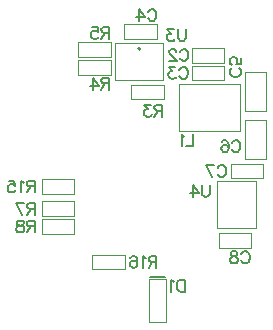
<source format=gbo>
G04*
G04 #@! TF.GenerationSoftware,Altium Limited,Altium Designer,22.9.1 (49)*
G04*
G04 Layer_Color=32896*
%FSLAX44Y44*%
%MOMM*%
G71*
G04*
G04 #@! TF.SameCoordinates,AC89A68A-B202-40CF-82E1-916CA4805ACC*
G04*
G04*
G04 #@! TF.FilePolarity,Positive*
G04*
G01*
G75*
%ADD12C,0.2000*%
%ADD13C,0.1000*%
%ADD43C,0.1500*%
G54D12*
X257500Y380500D02*
G03*
X257500Y380500I-1000J0D01*
G01*
X316200Y264999D02*
Y257858D01*
X315724Y256429D01*
X314772Y255477D01*
X313344Y255001D01*
X312391D01*
X310963Y255477D01*
X310011Y256429D01*
X309535Y257858D01*
Y264999D01*
X302013D02*
X306773Y258334D01*
X299632D01*
X302013Y264999D02*
Y255001D01*
X296000Y396999D02*
Y389858D01*
X295524Y388429D01*
X294572Y387477D01*
X293144Y387001D01*
X292191D01*
X290763Y387477D01*
X289811Y388429D01*
X289335Y389858D01*
Y396999D01*
X285621D02*
X280384D01*
X283241Y393190D01*
X281812D01*
X280860Y392714D01*
X280384Y392238D01*
X279908Y390810D01*
Y389858D01*
X280384Y388429D01*
X281336Y387477D01*
X282765Y387001D01*
X284193D01*
X285621Y387477D01*
X286097Y387953D01*
X286573Y388905D01*
X271000Y204999D02*
Y195001D01*
Y204999D02*
X266715D01*
X265287Y204523D01*
X264811Y204047D01*
X264335Y203095D01*
Y202142D01*
X264811Y201190D01*
X265287Y200714D01*
X266715Y200238D01*
X271000D01*
X267667D02*
X264335Y195001D01*
X262097Y203095D02*
X261145Y203571D01*
X259717Y204999D01*
Y195001D01*
X249052Y203571D02*
X249528Y204523D01*
X250957Y204999D01*
X251909D01*
X253337Y204523D01*
X254289Y203095D01*
X254765Y200714D01*
Y198334D01*
X254289Y196429D01*
X253337Y195477D01*
X251909Y195001D01*
X251433D01*
X250005Y195477D01*
X249052Y196429D01*
X248576Y197858D01*
Y198334D01*
X249052Y199762D01*
X250005Y200714D01*
X251433Y201190D01*
X251909D01*
X253337Y200714D01*
X254289Y199762D01*
X254765Y198334D01*
X168000Y268999D02*
Y259001D01*
Y268999D02*
X163715D01*
X162287Y268523D01*
X161811Y268047D01*
X161335Y267095D01*
Y266142D01*
X161811Y265190D01*
X162287Y264714D01*
X163715Y264238D01*
X168000D01*
X164667D02*
X161335Y259001D01*
X159097Y267095D02*
X158145Y267571D01*
X156717Y268999D01*
Y259001D01*
X146052Y268999D02*
X150813D01*
X151289Y264714D01*
X150813Y265190D01*
X149385Y265666D01*
X147957D01*
X146528Y265190D01*
X145576Y264238D01*
X145100Y262810D01*
Y261858D01*
X145576Y260429D01*
X146528Y259477D01*
X147957Y259001D01*
X149385D01*
X150813Y259477D01*
X151289Y259953D01*
X151765Y260905D01*
X168000Y234999D02*
Y225001D01*
Y234999D02*
X163715D01*
X162287Y234523D01*
X161811Y234047D01*
X161335Y233095D01*
Y232142D01*
X161811Y231190D01*
X162287Y230714D01*
X163715Y230238D01*
X168000D01*
X164667D02*
X161335Y225001D01*
X156717Y234999D02*
X158145Y234523D01*
X158621Y233571D01*
Y232619D01*
X158145Y231666D01*
X157193Y231190D01*
X155288Y230714D01*
X153860Y230238D01*
X152908Y229286D01*
X152432Y228334D01*
Y226905D01*
X152908Y225953D01*
X153384Y225477D01*
X154812Y225001D01*
X156717D01*
X158145Y225477D01*
X158621Y225953D01*
X159097Y226905D01*
Y228334D01*
X158621Y229286D01*
X157669Y230238D01*
X156241Y230714D01*
X154336Y231190D01*
X153384Y231666D01*
X152908Y232619D01*
Y233571D01*
X153384Y234523D01*
X154812Y234999D01*
X156717D01*
X168000Y249999D02*
Y240001D01*
Y249999D02*
X163715D01*
X162287Y249523D01*
X161811Y249047D01*
X161335Y248095D01*
Y247142D01*
X161811Y246190D01*
X162287Y245714D01*
X163715Y245238D01*
X168000D01*
X164667D02*
X161335Y240001D01*
X152432Y249999D02*
X157193Y240001D01*
X159097Y249999D02*
X152432D01*
X231000Y398999D02*
Y389001D01*
Y398999D02*
X226715D01*
X225287Y398523D01*
X224811Y398047D01*
X224335Y397095D01*
Y396142D01*
X224811Y395190D01*
X225287Y394714D01*
X226715Y394238D01*
X231000D01*
X227667D02*
X224335Y389001D01*
X216384Y398999D02*
X221145D01*
X221621Y394714D01*
X221145Y395190D01*
X219717Y395666D01*
X218288D01*
X216860Y395190D01*
X215908Y394238D01*
X215432Y392810D01*
Y391858D01*
X215908Y390429D01*
X216860Y389477D01*
X218288Y389001D01*
X219717D01*
X221145Y389477D01*
X221621Y389953D01*
X222097Y390905D01*
X231000Y355999D02*
Y346001D01*
Y355999D02*
X226715D01*
X225287Y355523D01*
X224811Y355047D01*
X224335Y354095D01*
Y353142D01*
X224811Y352190D01*
X225287Y351714D01*
X226715Y351238D01*
X231000D01*
X227667D02*
X224335Y346001D01*
X217336Y355999D02*
X222097Y349334D01*
X214956D01*
X217336Y355999D02*
Y346001D01*
X276000Y332999D02*
Y323001D01*
Y332999D02*
X271715D01*
X270287Y332523D01*
X269811Y332047D01*
X269335Y331095D01*
Y330142D01*
X269811Y329190D01*
X270287Y328714D01*
X271715Y328238D01*
X276000D01*
X272667D02*
X269335Y323001D01*
X266145Y332999D02*
X260908D01*
X263764Y329190D01*
X262336D01*
X261384Y328714D01*
X260908Y328238D01*
X260432Y326810D01*
Y325858D01*
X260908Y324429D01*
X261860Y323477D01*
X263288Y323001D01*
X264717D01*
X266145Y323477D01*
X266621Y323953D01*
X267097Y324905D01*
X301594Y307999D02*
Y298001D01*
X295881D01*
X294786Y306095D02*
X293834Y306571D01*
X292406Y307999D01*
Y298001D01*
X295000Y184999D02*
Y175001D01*
Y184999D02*
X291667D01*
X290239Y184523D01*
X289287Y183571D01*
X288811Y182619D01*
X288335Y181190D01*
Y178810D01*
X288811Y177381D01*
X289287Y176429D01*
X290239Y175477D01*
X291667Y175001D01*
X295000D01*
X286097Y183095D02*
X285145Y183571D01*
X283717Y184999D01*
Y175001D01*
X342859Y206618D02*
X343335Y207571D01*
X344287Y208523D01*
X345239Y208999D01*
X347144D01*
X348096Y208523D01*
X349048Y207571D01*
X349524Y206618D01*
X350000Y205190D01*
Y202810D01*
X349524Y201381D01*
X349048Y200429D01*
X348096Y199477D01*
X347144Y199001D01*
X345239D01*
X344287Y199477D01*
X343335Y200429D01*
X342859Y201381D01*
X337669Y208999D02*
X339098Y208523D01*
X339574Y207571D01*
Y206618D01*
X339098Y205666D01*
X338145Y205190D01*
X336241Y204714D01*
X334813Y204238D01*
X333861Y203286D01*
X333385Y202334D01*
Y200905D01*
X333861Y199953D01*
X334337Y199477D01*
X335765Y199001D01*
X337669D01*
X339098Y199477D01*
X339574Y199953D01*
X340050Y200905D01*
Y202334D01*
X339574Y203286D01*
X338621Y204238D01*
X337193Y204714D01*
X335289Y205190D01*
X334337Y205666D01*
X333861Y206618D01*
Y207571D01*
X334337Y208523D01*
X335765Y208999D01*
X337669D01*
X322859Y279618D02*
X323335Y280571D01*
X324287Y281523D01*
X325239Y281999D01*
X327144D01*
X328096Y281523D01*
X329048Y280571D01*
X329524Y279618D01*
X330000Y278190D01*
Y275810D01*
X329524Y274382D01*
X329048Y273429D01*
X328096Y272477D01*
X327144Y272001D01*
X325239D01*
X324287Y272477D01*
X323335Y273429D01*
X322859Y274382D01*
X313384Y281999D02*
X318145Y272001D01*
X320050Y281999D02*
X313384D01*
X334859Y300618D02*
X335335Y301571D01*
X336287Y302523D01*
X337239Y302999D01*
X339143D01*
X340096Y302523D01*
X341048Y301571D01*
X341524Y300618D01*
X342000Y299190D01*
Y296810D01*
X341524Y295382D01*
X341048Y294429D01*
X340096Y293477D01*
X339143Y293001D01*
X337239D01*
X336287Y293477D01*
X335335Y294429D01*
X334859Y295382D01*
X326337Y301571D02*
X326813Y302523D01*
X328241Y302999D01*
X329193D01*
X330621Y302523D01*
X331574Y301095D01*
X332050Y298714D01*
Y296334D01*
X331574Y294429D01*
X330621Y293477D01*
X329193Y293001D01*
X328717D01*
X327289Y293477D01*
X326337Y294429D01*
X325861Y295858D01*
Y296334D01*
X326337Y297762D01*
X327289Y298714D01*
X328717Y299190D01*
X329193D01*
X330621Y298714D01*
X331574Y297762D01*
X332050Y296334D01*
X340619Y364141D02*
X341571Y363665D01*
X342523Y362713D01*
X342999Y361761D01*
Y359856D01*
X342523Y358904D01*
X341571Y357952D01*
X340619Y357476D01*
X339190Y357000D01*
X336810D01*
X335382Y357476D01*
X334429Y357952D01*
X333477Y358904D01*
X333001Y359856D01*
Y361761D01*
X333477Y362713D01*
X334429Y363665D01*
X335382Y364141D01*
X342999Y372663D02*
Y367902D01*
X338714Y367426D01*
X339190Y367902D01*
X339666Y369331D01*
Y370759D01*
X339190Y372187D01*
X338238Y373139D01*
X336810Y373615D01*
X335858D01*
X334429Y373139D01*
X333477Y372187D01*
X333001Y370759D01*
Y369331D01*
X333477Y367902D01*
X333953Y367426D01*
X334906Y366950D01*
X263859Y411618D02*
X264335Y412571D01*
X265287Y413523D01*
X266239Y413999D01*
X268144D01*
X269096Y413523D01*
X270048Y412571D01*
X270524Y411618D01*
X271000Y410190D01*
Y407810D01*
X270524Y406381D01*
X270048Y405429D01*
X269096Y404477D01*
X268144Y404001D01*
X266239D01*
X265287Y404477D01*
X264335Y405429D01*
X263859Y406381D01*
X256289Y413999D02*
X261050Y407334D01*
X253908D01*
X256289Y413999D02*
Y404001D01*
X290557Y362789D02*
X291033Y363742D01*
X291985Y364694D01*
X292937Y365170D01*
X294842D01*
X295794Y364694D01*
X296746Y363742D01*
X297222Y362789D01*
X297698Y361361D01*
Y358981D01*
X297222Y357552D01*
X296746Y356600D01*
X295794Y355648D01*
X294842Y355172D01*
X292937D01*
X291985Y355648D01*
X291033Y356600D01*
X290557Y357552D01*
X286796Y365170D02*
X281559D01*
X284415Y361361D01*
X282987D01*
X282035Y360885D01*
X281559Y360409D01*
X281083Y358981D01*
Y358028D01*
X281559Y356600D01*
X282511Y355648D01*
X283939Y355172D01*
X285368D01*
X286796Y355648D01*
X287272Y356124D01*
X287748Y357076D01*
X290903Y377884D02*
X291379Y378836D01*
X292331Y379788D01*
X293283Y380264D01*
X295188D01*
X296140Y379788D01*
X297092Y378836D01*
X297568Y377884D01*
X298044Y376455D01*
Y374075D01*
X297568Y372647D01*
X297092Y371694D01*
X296140Y370742D01*
X295188Y370266D01*
X293283D01*
X292331Y370742D01*
X291379Y371694D01*
X290903Y372647D01*
X287618Y377884D02*
Y378360D01*
X287142Y379312D01*
X286666Y379788D01*
X285714Y380264D01*
X283809D01*
X282857Y379788D01*
X282381Y379312D01*
X281905Y378360D01*
Y377408D01*
X282381Y376455D01*
X283333Y375027D01*
X288094Y370266D01*
X281429D01*
G54D13*
X323750Y211750D02*
X351250D01*
X323750Y224250D02*
X351250D01*
X323750Y211750D02*
Y224250D01*
X351250Y211750D02*
Y224250D01*
X355500Y229000D02*
Y269000D01*
X322500Y229000D02*
Y269000D01*
X355500D01*
X322500Y229000D02*
X355500D01*
X333750Y270750D02*
X361250D01*
X333750Y283250D02*
X361250D01*
X333750Y270750D02*
Y283250D01*
X361250Y270750D02*
Y283250D01*
X346000Y287000D02*
X364000D01*
X346000Y320000D02*
X364000D01*
Y287000D02*
Y320000D01*
X346000Y287000D02*
Y320000D01*
X290000Y311000D02*
Y351000D01*
X342000Y311000D02*
Y351000D01*
X290000Y311000D02*
X342000D01*
X290000Y351000D02*
X342000D01*
X346000Y361000D02*
X364000D01*
X346000Y328000D02*
X364000D01*
X346000D02*
Y361000D01*
X364000Y328000D02*
Y361000D01*
X300750Y368750D02*
X328250D01*
X300750Y381250D02*
X328250D01*
X300750Y368750D02*
Y381250D01*
X328250Y368750D02*
Y381250D01*
X300750Y353750D02*
X328250D01*
X300750Y366250D02*
X328250D01*
X300750Y353750D02*
Y366250D01*
X328250Y353750D02*
Y366250D01*
X236000Y385500D02*
X277000D01*
X236000Y354500D02*
X277000D01*
X236000D02*
Y385500D01*
X277000Y354500D02*
Y385500D01*
X249750Y337750D02*
Y350250D01*
X277250Y337750D02*
Y350250D01*
X249750Y337750D02*
X277250D01*
X249750Y350250D02*
X277250D01*
X243750Y388750D02*
Y401250D01*
X271250Y388750D02*
Y401250D01*
X243750Y388750D02*
X271250D01*
X243750Y401250D02*
X271250D01*
X204750Y358750D02*
Y371250D01*
X232250Y358750D02*
Y371250D01*
X204750Y358750D02*
X232250D01*
X204750Y371250D02*
X232250D01*
X204750Y386250D02*
X232250D01*
X204750Y373750D02*
X232250D01*
Y386250D01*
X204750Y373750D02*
Y386250D01*
X265000Y149600D02*
X279000D01*
X265000Y185600D02*
X279000D01*
Y149600D02*
Y185600D01*
X265000Y149600D02*
Y185600D01*
X173750Y238750D02*
Y251250D01*
X201250Y238750D02*
Y251250D01*
X173750Y238750D02*
X201250D01*
X173750Y251250D02*
X201250D01*
Y223750D02*
Y236250D01*
X173750Y223750D02*
Y236250D01*
X201250D01*
X173750Y223750D02*
X201250D01*
X244250Y193750D02*
Y206250D01*
X216750Y193750D02*
Y206250D01*
X244250D01*
X216750Y193750D02*
X244250D01*
X201250Y257750D02*
Y270250D01*
X173750Y257750D02*
Y270250D01*
X201250D01*
X173750Y257750D02*
X201250D01*
G54D43*
X266000Y187600D02*
X278000D01*
M02*

</source>
